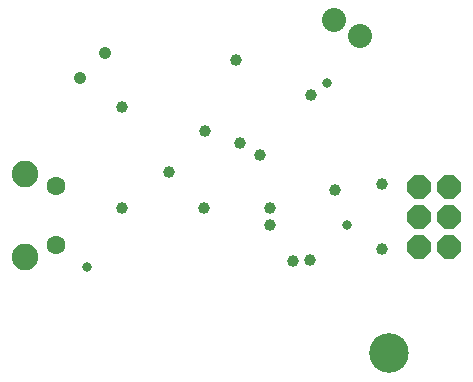
<source format=gbs>
G75*
%MOIN*%
%OFA0B0*%
%FSLAX25Y25*%
%IPPOS*%
%LPD*%
%AMOC8*
5,1,8,0,0,1.08239X$1,22.5*
%
%ADD10C,0.13198*%
%ADD11C,0.08000*%
%ADD12C,0.06309*%
%ADD13C,0.08868*%
%ADD14OC8,0.08000*%
%ADD15C,0.04143*%
%ADD16C,0.03969*%
%ADD17C,0.03300*%
D10*
X0133487Y0034698D03*
D11*
X0123681Y0140342D03*
X0115164Y0145582D03*
D12*
X0022591Y0090446D03*
X0022591Y0070761D03*
D13*
X0012002Y0066827D03*
X0011956Y0094398D03*
D14*
X0143280Y0089964D03*
X0153280Y0089964D03*
X0153280Y0079964D03*
X0143280Y0079964D03*
X0143280Y0069964D03*
X0153280Y0069964D03*
D15*
X0038898Y0134671D03*
X0030546Y0126320D03*
D16*
X0044504Y0116651D03*
X0060252Y0094998D03*
X0071642Y0083082D03*
X0090350Y0100763D03*
X0083874Y0104840D03*
X0072063Y0108777D03*
X0082576Y0132296D03*
X0107496Y0120588D03*
X0131118Y0091061D03*
X0115370Y0089092D03*
X0131118Y0069407D03*
X0107068Y0065774D03*
X0101591Y0065470D03*
X0093717Y0077281D03*
X0093717Y0083187D03*
X0044504Y0083187D03*
D17*
X0032779Y0063234D03*
X0112879Y0124734D03*
X0119479Y0077334D03*
M02*

</source>
